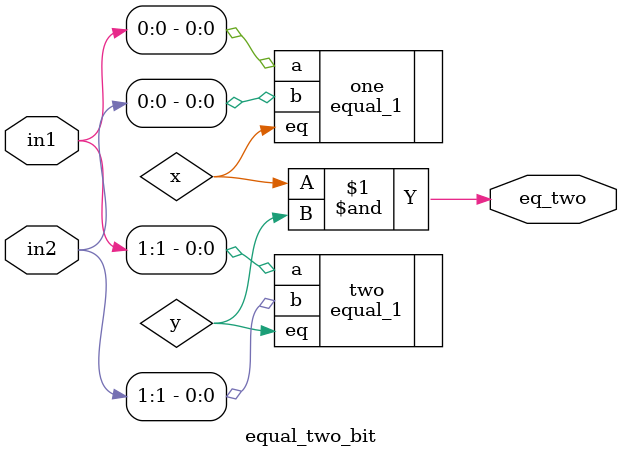
<source format=v>
`timescale 1ns / 1ps


module equal_two_bit(
    input [1:0]in1, in2, 
    output eq_two
    );
    
    wire x, y;
    
    equal_1 one(.a(in1[0]), .b(in2[0]), .eq(x));
    equal_1 two(.a(in1[1]), .b(in2[1]), .eq(y));
    
    assign eq_two = x & y;
    
endmodule

</source>
